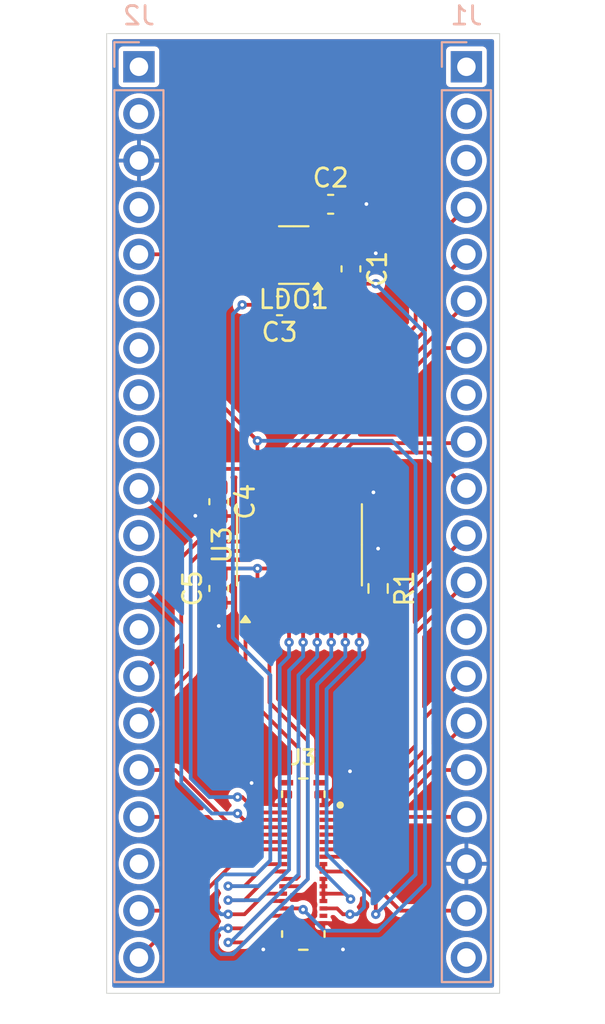
<source format=kicad_pcb>
(kicad_pcb (version 20241229) (generator "pcbnew") (generator_version "9.0")
  (layers (0 "F.Cu" signal) (2 "B.Cu" signal) (13 "F.Paste" user) (15 "B.Paste" user) (5 "F.SilkS" user "F.Silkscreen") (7 "B.SilkS" user "B.Silkscreen") (1 "F.Mask" user) (3 "B.Mask" user) (25 "Edge.Cuts" user))
  (net 0 "")
  (net 1 "GND")
  (net 2 "+2V8")
  (net 3 "KB_BLK_LED_A")
  (net 4 "+1V8")
  (net 6 "PANNEL_BLK_LED_K_3V3")
  (net 7 "ROW3")
  (net 8 "ROW5")
  (net 10 "ROW2")
  (net 11 "ROW1")
  (net 13 "ROW7")
  (net 15 "ROW6")
  (net 16 "ROW4")
  (net 17 "TP_SHUTDOWN_3V3")
  (net 18 "TP_BLK_LED_K_3V3")
  (net 19 "TP_RESET_3V3")
  (net 21 "KB_BLK_LED_K_3V3")
  (net 22 "TP_MOTION_3V3")
  (net 24 "COL1")
  (net 25 "COL2")
  (net 30 "COL3")
  (net 33 "COL6")
  (net 35 "TP_SDA_3V3")
  (net 36 "TP_SCL_3V3")
  (net 38 "COL4")
  (net 40 "COL5")
  (net 41 "TP_SDA_1V8")
  (net 42 "TP_RESET_1V8")
  (net 44 "PANNEL_BLK_LED_K_1V8")
  (net 45 "TP_SCL_1V8")
  (net 46 "TP_BLK_LED_K_1V8")
  (net 48 "KB_BLK_LED_K_1V8")
  (net 49 "TP_MOTION_1V8")
  (net 50 "TP_SHUTDOWN_1V8")
  (footprint "Capacitor_SMD:C_0603_1608Metric" (layer "F.Cu") (at 131.078 104.064 90)
    (property "Reference" "C5" (at 0 -1.43 90) (layer "F.SilkS"))
    (property "Value" "0.1uF")
    (fp_line (start -0.14058 -0.51) (end 0.14058 -0.51) (stroke (width 0.12)) (layer "F.SilkS"))
    (fp_line (start -0.14058 0.51) (end 0.14058 0.51) (stroke (width 0.12)) (layer "F.SilkS"))
    (pad "1" smd roundrect (at -0.775 0 90) (size 0.9 0.95) (layers "F.Cu" "F.Mask" "F.Paste") (net 1 "GND"))
    (pad "2" smd roundrect (at 0.775 0 90) (size 0.9 0.95) (layers "F.Cu" "F.Mask" "F.Paste") (net 4 "+1V8"))
  )
  (footprint "Capacitor_SMD:C_0603_1608Metric" (layer "F.Cu") (at 131.078 99.365 -90)
    (property "Reference" "C4" (at 0 -1.43 90) (layer "F.SilkS"))
    (property "Value" "0.1uF")
    (fp_line (start -0.14058 0.51) (end 0.14058 0.51) (stroke (width 0.12)) (layer "F.SilkS"))
    (fp_line (start -0.14058 -0.51) (end 0.14058 -0.51) (stroke (width 0.12)) (layer "F.SilkS"))
    (pad "1" smd roundrect (at -0.775 0 270) (size 0.9 0.95) (layers "F.Cu" "F.Mask" "F.Paste") (net 3 "KB_BLK_LED_A"))
    (pad "2" smd roundrect (at 0.775 0 270) (size 0.9 0.95) (layers "F.Cu" "F.Mask" "F.Paste") (net 1 "GND"))
  )
  (footprint "Package_SO:TSSOP-20_4.4x6.5mm_P0.65mm" (layer "F.Cu") (at 135.45 101.7 90)
    (property "Reference" "U3" (at 0 -4.2 90) (layer "F.SilkS"))
    (property "Value" "TXS0108EPWR")
    (fp_line (start 0 -3.385) (end 2.2 -3.385) (stroke (width 0.12)) (layer "F.SilkS"))
    (fp_line (start 0 -3.385) (end -2.2 -3.385) (stroke (width 0.12)) (layer "F.SilkS"))
    (fp_line (start 0 3.385) (end 2.2 3.385) (stroke (width 0.12)) (layer "F.SilkS"))
    (fp_line (start 0 3.385) (end -2.2 3.385) (stroke (width 0.12)) (layer "F.SilkS"))
    (fp_poly (pts (xy -3.86 -2.925) (xy -4.19 -2.685) (xy -4.19 -3.165)) (stroke (width 0.12)) (fill yes) (layer "F.SilkS"))
    (pad "1" smd roundrect (at -2.8625 -2.925 90) (size 1.475 0.4) (layers "F.Cu" "F.Mask" "F.Paste") (net 45 "TP_SCL_1V8"))
    (pad "2" smd roundrect (at -2.8625 -2.275 90) (size 1.475 0.4) (layers "F.Cu" "F.Mask" "F.Paste") (net 4 "+1V8"))
    (pad "3" smd roundrect (at -2.8625 -1.625 90) (size 1.475 0.4) (layers "F.Cu" "F.Mask" "F.Paste") (net 41 "TP_SDA_1V8"))
    (pad "4" smd roundrect (at -2.8625 -0.975 90) (size 1.475 0.4) (layers "F.Cu" "F.Mask" "F.Paste") (net 49 "TP_MOTION_1V8"))
    (pad "5" smd roundrect (at -2.8625 -0.325 90) (size 1.475 0.4) (layers "F.Cu" "F.Mask" "F.Paste") (net 50 "TP_SHUTDOWN_1V8"))
    (pad "6" smd roundrect (at -2.8625 0.325 90) (size 1.475 0.4) (layers "F.Cu" "F.Mask" "F.Paste") (net 42 "TP_RESET_1V8"))
    (pad "7" smd roundrect (at -2.8625 0.975 90) (size 1.475 0.4) (layers "F.Cu" "F.Mask" "F.Paste") (net 46 "TP_BLK_LED_K_1V8"))
    (pad "8" smd roundrect (at -2.8625 1.625 90) (size 1.475 0.4) (layers "F.Cu" "F.Mask" "F.Paste") (net 48 "KB_BLK_LED_K_1V8"))
    (pad "9" smd roundrect (at -2.8625 2.275 90) (size 1.475 0.4) (layers "F.Cu" "F.Mask" "F.Paste") (net 44 "PANNEL_BLK_LED_K_1V8"))
    (pad "10" smd roundrect (at -2.8625 2.925 90) (size 1.475 0.4) (layers "F.Cu" "F.Mask" "F.Paste") (net 4 "+1V8"))
    (pad "11" smd roundrect (at 2.8625 2.925 90) (size 1.475 0.4) (layers "F.Cu" "F.Mask" "F.Paste") (net 1 "GND"))
    (pad "12" smd roundrect (at 2.8625 2.275 90) (size 1.475 0.4) (layers "F.Cu" "F.Mask" "F.Paste") (net 6 "PANNEL_BLK_LED_K_3V3"))
    (pad "13" smd roundrect (at 2.8625 1.625 90) (size 1.475 0.4) (layers "F.Cu" "F.Mask" "F.Paste") (net 21 "KB_BLK_LED_K_3V3"))
    (pad "14" smd roundrect (at 2.8625 0.975 90) (size 1.475 0.4) (layers "F.Cu" "F.Mask" "F.Paste") (net 18 "TP_BLK_LED_K_3V3"))
    (pad "15" smd roundrect (at 2.8625 0.325 90) (size 1.475 0.4) (layers "F.Cu" "F.Mask" "F.Paste") (net 19 "TP_RESET_3V3"))
    (pad "16" smd roundrect (at 2.8625 -0.325 90) (size 1.475 0.4) (layers "F.Cu" "F.Mask" "F.Paste") (net 17 "TP_SHUTDOWN_3V3"))
    (pad "17" smd roundrect (at 2.8625 -0.975 90) (size 1.475 0.4) (layers "F.Cu" "F.Mask" "F.Paste") (net 22 "TP_MOTION_3V3"))
    (pad "18" smd roundrect (at 2.8625 -1.625 90) (size 1.475 0.4) (layers "F.Cu" "F.Mask" "F.Paste") (net 35 "TP_SDA_3V3"))
    (pad "19" smd roundrect (at 2.8625 -2.275 90) (size 1.475 0.4) (layers "F.Cu" "F.Mask" "F.Paste") (net 3 "KB_BLK_LED_A"))
    (pad "20" smd roundrect (at 2.8625 -2.925 90) (size 1.475 0.4) (layers "F.Cu" "F.Mask" "F.Paste") (net 36 "TP_SCL_3V3"))
  )
  (footprint "Capacitor_SMD:C_0603_1608Metric" (layer "F.Cu") (at 134.372 88.749999 180)
    (property "Reference" "C3" (at 0 -1.43 0) (layer "F.SilkS"))
    (property "Value" "1uF")
    (fp_line (start -0.14058 0.51) (end 0.14058 0.51) (stroke (width 0.12)) (layer "F.SilkS"))
    (fp_line (start -0.14058 -0.51) (end 0.14058 -0.51) (stroke (width 0.12)) (layer "F.SilkS"))
    (pad "1" smd roundrect (at -0.775 0 180) (size 0.9 0.95) (layers "F.Cu" "F.Mask" "F.Paste") (net 1 "GND"))
    (pad "2" smd roundrect (at 0.775 0 180) (size 0.9 0.95) (layers "F.Cu" "F.Mask" "F.Paste") (net 4 "+1V8"))
  )
  (footprint "Capacitor_SMD:C_0603_1608Metric" (layer "F.Cu") (at 137.142 83.249999)
    (property "Reference" "C2" (at 0 -1.43 0) (layer "F.SilkS"))
    (property "Value" "1uF")
    (fp_line (start -0.14058 -0.51) (end 0.14058 -0.51) (stroke (width 0.12)) (layer "F.SilkS"))
    (fp_line (start -0.14058 0.51) (end 0.14058 0.51) (stroke (width 0.12)) (layer "F.SilkS"))
    (pad "1" smd roundrect (at -0.775 0) (size 0.9 0.95) (layers "F.Cu" "F.Mask" "F.Paste") (net 3 "KB_BLK_LED_A"))
    (pad "2" smd roundrect (at 0.775 0) (size 0.9 0.95) (layers "F.Cu" "F.Mask" "F.Paste") (net 1 "GND"))
  )
  (footprint "Package_TO_SOT_SMD:SOT-23-6" (layer "F.Cu") (at 135.142 86 180)
    (property "Reference" "LDO1" (at 0 -2.4 0) (layer "F.SilkS"))
    (property "Value" "AP7312-1828W6-7")
    (fp_line (start 0 1.56) (end 0.8 1.56) (stroke (width 0.12)) (layer "F.SilkS"))
    (fp_line (start 0 1.56) (end -0.8 1.56) (stroke (width 0.12)) (layer "F.SilkS"))
    (fp_line (start 0 -1.56) (end 0.8 -1.56) (stroke (width 0.12)) (layer "F.SilkS"))
    (fp_line (start 0 -1.56) (end -0.8 -1.56) (stroke (width 0.12)) (layer "F.SilkS"))
    (fp_poly (pts (xy -1.3 -1.51) (xy -1.54 -1.84) (xy -1.06 -1.84)) (stroke (width 0.12)) (fill yes) (layer "F.SilkS"))
    (pad "1" smd roundrect (at -1.1375 -0.95 180) (size 1.325 0.6) (layers "F.Cu" "F.Mask" "F.Paste") (net 2 "+2V8"))
    (pad "2" smd roundrect (at -1.1375 0 180) (size 1.325 0.6) (layers "F.Cu" "F.Mask" "F.Paste") (net 1 "GND"))
    (pad "3" smd roundrect (at -1.1375 0.95 180) (size 1.325 0.6) (layers "F.Cu" "F.Mask" "F.Paste") (net 3 "KB_BLK_LED_A"))
    (pad "4" smd roundrect (at 1.1375 0.95 180) (size 1.325 0.6) (layers "F.Cu" "F.Mask" "F.Paste") (net 3 "KB_BLK_LED_A"))
    (pad "5" smd roundrect (at 1.1375 0 180) (size 1.325 0.6) (layers "F.Cu" "F.Mask" "F.Paste") (net 3 "KB_BLK_LED_A"))
    (pad "6" smd roundrect (at 1.1375 -0.95 180) (size 1.325 0.6) (layers "F.Cu" "F.Mask" "F.Paste") (net 4 "+1V8"))
  )
  (footprint "HIROSE_BM20B_0.8_-34DS-0.4V_53_:HIROSE_BM20B_0.8_-34DS-0.4V_53_" (layer "F.Cu") (at 135.66 119 90)
    (property "Reference" "J3" (at 5.775 -0.01 180) (layer "F.SilkS") (effects (font (size 0.8 0.8))))
    (property "Value" "BM20B_0.8_-34DS-0.4V_53_" (hide yes))
    (fp_line (start 3.94 -1.15) (end 3.635 -1.15) (stroke (width 0.127)) (layer "F.SilkS"))
    (fp_line (start -3.94 -1.15) (end -3.635 -1.15) (stroke (width 0.127)) (layer "F.SilkS"))
    (fp_line (start 4.64 0.23) (end 4.64 -0.23) (stroke (width 0.127)) (layer "F.SilkS"))
    (fp_line (start -4.64 0.23) (end -4.64 -0.23) (stroke (width 0.127)) (layer "F.SilkS"))
    (fp_line (start 3.94 1.15) (end 3.635 1.15) (stroke (width 0.127)) (layer "F.SilkS"))
    (fp_line (start -3.94 1.15) (end -3.635 1.15) (stroke (width 0.127)) (layer "F.SilkS"))
    (fp_circle (center 3.2 2) (end 3.3 2) (stroke (width 0.2)) (fill no) (layer "F.SilkS"))
    (pad "1" smd rect (at 3.2 1.09 90) (size 0.23 0.42) (layers "F.Cu" "F.Mask") (net 1 "GND") (clearance 0.08))
    (pad "2" smd rect (at 3.2 -1.09 90) (size 0.23 0.42) (layers "F.Cu" "F.Mask") (net 1 "GND") (clearance 0.08))
    (pad "3" smd rect (at 2.8 1.09 90) (size 0.23 0.42) (layers "F.Cu" "F.Mask") (net 13 "ROW7") (clearance 0.08))
    (pad "4" smd rect (at 2.8 -1.09 90) (size 0.23 0.42) (layers "F.Cu" "F.Mask") (net 33 "COL6") (clearance 0.08))
    (pad "5" smd rect (at 2.4 1.09 90) (size 0.23 0.42) (layers "F.Cu" "F.Mask") (net 15 "ROW6") (clearance 0.08))
    (pad "6" smd rect (at 2.4 -1.09 90) (size 0.23 0.42) (layers "F.Cu" "F.Mask") (net 40 "COL5") (clearance 0.08))
    (pad "7" smd rect (at 2 1.09 90) (size 0.23 0.42) (layers "F.Cu" "F.Mask") (net 8 "ROW5") (clearance 0.08))
    (pad "8" smd rect (at 2 -1.09 90) (size 0.23 0.42) (layers "F.Cu" "F.Mask") (net 38 "COL4") (clearance 0.08))
    (pad "9" smd rect (at 1.6 1.09 90) (size 0.23 0.42) (layers "F.Cu" "F.Mask") (net 16 "ROW4") (clearance 0.08))
    (pad "10" smd rect (at 1.6 -1.09 90) (size 0.23 0.42) (layers "F.Cu" "F.Mask") (net 30 "COL3") (clearance 0.08))
    (pad "11" smd rect (at 1.2 1.09 90) (size 0.23 0.42) (layers "F.Cu" "F.Mask") (net 7 "ROW3") (clearance 0.08))
    (pad "12" smd rect (at 1.2 -1.09 90) (size 0.23 0.42) (layers "F.Cu" "F.Mask") (net 25 "COL2") (clearance 0.08))
    (pad "13" smd rect (at 0.8 1.09 90) (size 0.23 0.42) (layers "F.Cu" "F.Mask") (net 10 "ROW2") (clearance 0.08))
    (pad "14" smd rect (at 0.8 -1.09 90) (size 0.23 0.42) (layers "F.Cu" "F.Mask") (net 24 "COL1") (clearance 0.08))
    (pad "15" smd rect (at 0.4 1.09 90) (size 0.23 0.42) (layers "F.Cu" "F.Mask") (net 11 "ROW1") (clearance 0.08))
    (pad "16" smd rect (at 0.4 -1.09 90) (size 0.23 0.42) (layers "F.Cu" "F.Mask") (clearance 0.08))
    (pad "17" smd rect (at 0 1.09 90) (size 0.23 0.42) (layers "F.Cu" "F.Mask") (net 3 "KB_BLK_LED_A") (clearance 0.08))
    (pad "18" smd rect (at 0 -1.09 90) (size 0.23 0.42) (layers "F.Cu" "F.Mask") (net 49 "TP_MOTION_1V8") (clearance 0.08))
    (pad "19" smd rect (at -0.4 1.09 90) (size 0.23 0.42) (layers "F.Cu" "F.Mask") (net 3 "KB_BLK_LED_A") (clearance 0.08))
    (pad "20" smd rect (at -0.4 -1.09 90) (size 0.23 0.42) (layers "F.Cu" "F.Mask") (net 50 "TP_SHUTDOWN_1V8") (clearance 0.08))
    (pad "21" smd rect (at -0.8 1.09 90) (size 0.23 0.42) (layers "F.Cu" "F.Mask") (net 48 "KB_BLK_LED_K_1V8") (clearance 0.08))
    (pad "22" smd rect (at -0.8 -1.09 90) (size 0.23 0.42) (layers "F.Cu" "F.Mask") (net 45 "TP_SCL_1V8") (clearance 0.08))
    (pad "23" smd rect (at -1.2 1.09 90) (size 0.23 0.42) (layers "F.Cu" "F.Mask") (net 48 "KB_BLK_LED_K_1V8") (clearance 0.08))
    (pad "24" smd rect (at -1.2 -1.09 90) (size 0.23 0.42) (layers "F.Cu" "F.Mask") (net 41 "TP_SDA_1V8") (clearance 0.08))
    (pad "25" smd rect (at -1.6 1.09 90) (size 0.23 0.42) (layers "F.Cu" "F.Mask") (net 48 "KB_BLK_LED_K_1V8") (clearance 0.08))
    (pad "26" smd rect (at -1.6 -1.09 90) (size 0.23 0.42) (layers "F.Cu" "F.Mask") (net 4 "+1V8") (clearance 0.08))
    (pad "27" smd rect (at -2 1.09 90) (size 0.23 0.42) (layers "F.Cu" "F.Mask") (net 48 "KB_BLK_LED_K_1V8") (clearance 0.08))
    (pad "28" smd rect (at -2 -1.09 90) (size 0.23 0.42) (layers "F.Cu" "F.Mask") (net 46 "TP_BLK_LED_K_1V8") (clearance 0.08))
    (pad "29" smd rect (at -2.4 1.09 90) (size 0.23 0.42) (layers "F.Cu" "F.Mask") (net 44 "PANNEL_BLK_LED_K_1V8") (clearance 0.08))
    (pad "30" smd rect (at -2.4 -1.09 90) (size 0.23 0.42) (layers "F.Cu" "F.Mask") (net 2 "+2V8") (clearance 0.08))
    (pad "31" smd rect (at -2.8 1.09 90) (size 0.23 0.42) (layers "F.Cu" "F.Mask") (clearance 0.08))
    (pad "32" smd rect (at -2.8 -1.09 90) (size 0.23 0.42) (layers "F.Cu" "F.Mask") (net 42 "TP_RESET_1V8") (clearance 0.08))
    (pad "33" smd rect (at -3.2 1.09 90) (size 0.23 0.42) (layers "F.Cu" "F.Mask") (net 1 "GND") (clearance 0.08))
    (pad "34" smd rect (at -3.2 -1.09 90) (size 0.23 0.42) (layers "F.Cu" "F.Mask") (net 1 "GND") (clearance 0.08))
    (pad "S1" smd rect (at 4.41 0.925 90) (size 0.3 0.75) (layers "F.Cu" "F.Mask" "F.Paste"))
    (pad "S2" smd rect (at 4.41 -0.925 90) (size 0.3 0.75) (layers "F.Cu" "F.Mask" "F.Paste"))
    (pad "S3" smd rect (at -4.41 0.925 90) (size 0.3 0.75) (layers "F.Cu" "F.Mask" "F.Paste"))
    (pad "S4" smd rect (at -4.41 -0.925 90) (size 0.3 0.75) (layers "F.Cu" "F.Mask" "F.Paste"))
  )
  (footprint "Capacitor_SMD:C_0603_1608Metric" (layer "F.Cu") (at 138.242 86.749999 -90)
    (property "Reference" "C1" (at 0 -1.43 90) (layer "F.SilkS"))
    (property "Value" "1uF")
    (fp_line (start -0.14058 0.51) (end 0.14058 0.51) (stroke (width 0.12)) (layer "F.SilkS"))
    (fp_line (start -0.14058 -0.51) (end 0.14058 -0.51) (stroke (width 0.12)) (layer "F.SilkS"))
    (pad "1" smd roundrect (at -0.775 0 270) (size 0.9 0.95) (layers "F.Cu" "F.Mask" "F.Paste") (net 1 "GND"))
    (pad "2" smd roundrect (at 0.775 0 270) (size 0.9 0.95) (layers "F.Cu" "F.Mask" "F.Paste") (net 2 "+2V8"))
  )
  (footprint "Resistor_SMD:R_0603_1608Metric" (layer "F.Cu") (at 139.714 104.064 -90)
    (property "Reference" "R1" (at 0 -1.43 90) (layer "F.SilkS"))
    (property "Value" "10k")
    (fp_line (start -0.237258 0.5225) (end 0.237258 0.5225) (stroke (width 0.12)) (layer "F.SilkS"))
    (fp_line (start -0.237258 -0.5225) (end 0.237258 -0.5225) (stroke (width 0.12)) (layer "F.SilkS"))
    (pad "1" smd roundrect (at -0.825 0 270) (size 0.8 0.95) (layers "F.Cu" "F.Mask" "F.Paste") (net 1 "GND"))
    (pad "2" smd roundrect (at 0.825 0 270) (size 0.8 0.95) (layers "F.Cu" "F.Mask" "F.Paste") (net 4 "+1V8"))
  )
  (footprint "Connector_PinSocket_2.54mm:PinSocket_1x20_P2.54mm_Vertical" (layer "B.Cu") (at 144.5 75.8 180)
    (property "Reference" "J1" (at 0 2.77 0) (layer "B.SilkS") (effects (justify mirror)))
    (property "Value" "Conn_01x20_Socket")
    (fp_line (start 1.33 1.33) (end 1.33 0) (stroke (width 0.12)) (layer "B.SilkS"))
    (fp_line (start 1.33 -1.27) (end 1.33 -49.59) (stroke (width 0.12)) (layer "B.SilkS"))
    (fp_line (start 0 1.33) (end 1.33 1.33) (stroke (width 0.12)) (layer "B.SilkS"))
    (fp_line (start -1.33 -1.27) (end 1.33 -1.27) (stroke (width 0.12)) (layer "B.SilkS"))
    (fp_line (start -1.33 -1.27) (end -1.33 -49.59) (stroke (width 0.12)) (layer "B.SilkS"))
    (fp_line (start -1.33 -49.59) (end 1.33 -49.59) (stroke (width 0.12)) (layer "B.SilkS"))
    (pad "1" thru_hole rect (at 0 0 180) (size 1.7 1.7) (drill 1) (layers "*.Cu" "*.Mask"))
    (pad "2" thru_hole oval (at 0 -2.54 180) (size 1.7 1.7) (drill 1) (layers "*.Cu" "*.Mask"))
    (pad "3" thru_hole oval (at 0 -5.08 180) (size 1.7 1.7) (drill 1) (layers "*.Cu" "*.Mask"))
    (pad "4" thru_hole oval (at 0 -7.62 180) (size 1.7 1.7) (drill 1) (layers "*.Cu" "*.Mask") (net 22 "TP_MOTION_3V3"))
    (pad "5" thru_hole oval (at 0 -10.16 180) (size 1.7 1.7) (drill 1) (layers "*.Cu" "*.Mask") (net 17 "TP_SHUTDOWN_3V3"))
    (pad "6" thru_hole oval (at 0 -12.7 180) (size 1.7 1.7) (drill 1) (layers "*.Cu" "*.Mask") (net 19 "TP_RESET_3V3"))
    (pad "7" thru_hole oval (at 0 -15.24 180) (size 1.7 1.7) (drill 1) (layers "*.Cu" "*.Mask") (net 18 "TP_BLK_LED_K_3V3"))
    (pad "8" thru_hole oval (at 0 -17.78 180) (size 1.7 1.7) (drill 1) (layers "*.Cu" "*.Mask"))
    (pad "9" thru_hole oval (at 0 -20.32 180) (size 1.7 1.7) (drill 1) (layers "*.Cu" "*.Mask") (net 21 "KB_BLK_LED_K_3V3"))
    (pad "10" thru_hole oval (at 0 -22.86 180) (size 1.7 1.7) (drill 1) (layers "*.Cu" "*.Mask") (net 6 "PANNEL_BLK_LED_K_3V3"))
    (pad "11" thru_hole oval (at 0 -25.4 180) (size 1.7 1.7) (drill 1) (layers "*.Cu" "*.Mask") (net 13 "ROW7"))
    (pad "12" thru_hole oval (at 0 -27.94 180) (size 1.7 1.7) (drill 1) (layers "*.Cu" "*.Mask") (net 15 "ROW6"))
    (pad "13" thru_hole oval (at 0 -30.48 180) (size 1.7 1.7) (drill 1) (layers "*.Cu" "*.Mask"))
    (pad "14" thru_hole oval (at 0 -33.02 180) (size 1.7 1.7) (drill 1) (layers "*.Cu" "*.Mask") (net 8 "ROW5"))
    (pad "15" thru_hole oval (at 0 -35.56 180) (size 1.7 1.7) (drill 1) (layers "*.Cu" "*.Mask") (net 16 "ROW4"))
    (pad "16" thru_hole oval (at 0 -38.1 180) (size 1.7 1.7) (drill 1) (layers "*.Cu" "*.Mask") (net 7 "ROW3"))
    (pad "17" thru_hole oval (at 0 -40.64 180) (size 1.7 1.7) (drill 1) (layers "*.Cu" "*.Mask") (net 10 "ROW2"))
    (pad "18" thru_hole oval (at 0 -43.18 180) (size 1.7 1.7) (drill 1) (layers "*.Cu" "*.Mask") (net 1 "GND"))
    (pad "19" thru_hole oval (at 0 -45.72 180) (size 1.7 1.7) (drill 1) (layers "*.Cu" "*.Mask") (net 11 "ROW1"))
    (pad "20" thru_hole oval (at 0 -48.26 180) (size 1.7 1.7) (drill 1) (layers "*.Cu" "*.Mask"))
  )
  (footprint "Connector_PinSocket_2.54mm:PinSocket_1x20_P2.54mm_Vertical" (layer "B.Cu") (at 126.75 75.8 180)
    (property "Reference" "J2" (at 0 2.77 0) (layer "B.SilkS") (effects (justify mirror)))
    (property "Value" "Conn_01x20_Socket")
    (fp_line (start 1.33 1.33) (end 1.33 0) (stroke (width 0.12)) (layer "B.SilkS"))
    (fp_line (start 1.33 -1.27) (end 1.33 -49.59) (stroke (width 0.12)) (layer "B.SilkS"))
    (fp_line (start 0 1.33) (end 1.33 1.33) (stroke (width 0.12)) (layer "B.SilkS"))
    (fp_line (start -1.33 -1.27) (end 1.33 -1.27) (stroke (width 0.12)) (layer "B.SilkS"))
    (fp_line (start -1.33 -1.27) (end -1.33 -49.59) (stroke (width 0.12)) (layer "B.SilkS"))
    (fp_line (start -1.33 -49.59) (end 1.33 -49.59) (stroke (width 0.12)) (layer "B.SilkS"))
    (pad "1" thru_hole rect (at 0 0 180) (size 1.7 1.7) (drill 1) (layers "*.Cu" "*.Mask"))
    (pad "2" thru_hole oval (at 0 -2.54 180) (size 1.7 1.7) (drill 1) (layers "*.Cu" "*.Mask"))
    (pad "3" thru_hole oval (at 0 -5.08 180) (size 1.7 1.7) (drill 1) (layers "*.Cu" "*.Mask") (net 1 "GND"))
    (pad "4" thru_hole oval (at 0 -7.62 180) (size 1.7 1.7) (drill 1) (layers "*.Cu" "*.Mask"))
    (pad "5" thru_hole oval (at 0 -10.16 180) (size 1.7 1.7) (drill 1) (layers "*.Cu" "*.Mask") (net 3 "KB_BLK_LED_A"))
    (pad "6" thru_hole oval (at 0 -12.7 180) (size 1.7 1.7) (drill 1) (layers "*.Cu" "*.Mask"))
    (pad "7" thru_hole oval (at 0 -15.24 180) (size 1.7 1.7) (drill 1) (layers "*.Cu" "*.Mask"))
    (pad "8" thru_hole oval (at 0 -17.78 180) (size 1.7 1.7) (drill 1) (layers "*.Cu" "*.Mask"))
    (pad "9" thru_hole oval (at 0 -20.32 180) (size 1.7 1.7) (drill 1) (layers "*.Cu" "*.Mask"))
    (pad "10" thru_hole oval (at 0 -22.86 180) (size 1.7 1.7) (drill 1) (layers "*.Cu" "*.Mask") (net 33 "COL6"))
    (pad "11" thru_hole oval (at 0 -25.4 180) (size 1.7 1.7) (drill 1) (layers "*.Cu" "*.Mask"))
    (pad "12" thru_hole oval (at 0 -27.94 180) (size 1.7 1.7) (drill 1) (layers "*.Cu" "*.Mask") (net 40 "COL5"))
    (pad "13" thru_hole oval (at 0 -30.48 180) (size 1.7 1.7) (drill 1) (layers "*.Cu" "*.Mask"))
    (pad "14" thru_hole oval (at 0 -33.02 180) (size 1.7 1.7) (drill 1) (layers "*.Cu" "*.Mask") (net 36 "TP_SCL_3V3"))
    (pad "15" thru_hole oval (at 0 -35.56 180) (size 1.7 1.7) (drill 1) (layers "*.Cu" "*.Mask") (net 35 "TP_SDA_3V3"))
    (pad "16" thru_hole oval (at 0 -38.1 180) (size 1.7 1.7) (drill 1) (layers "*.Cu" "*.Mask") (net 38 "COL4"))
    (pad "17" thru_hole oval (at 0 -40.64 180) (size 1.7 1.7) (drill 1) (layers "*.Cu" "*.Mask") (net 30 "COL3"))
    (pad "18" thru_hole oval (at 0 -43.18 180) (size 1.7 1.7) (drill 1) (layers "*.Cu" "*.Mask"))
    (pad "19" thru_hole oval (at 0 -45.72 180) (size 1.7 1.7) (drill 1) (layers "*.Cu" "*.Mask") (net 25 "COL2"))
    (pad "20" thru_hole oval (at 0 -48.26 180) (size 1.7 1.7) (drill 1) (layers "*.Cu" "*.Mask") (net 24 "COL1"))
  )
  (gr_rect (start 125 74) (end 146.3 126) (stroke (width 0.05)) (fill no) (layer "Edge.Cuts"))
  (segment (start 138.242 85.974999) (end 139.515001 85.974999) (width 0.2032) (layer "F.Cu") (net 1))
  (segment (start 137.917 83.249999) (end 139.065001 83.249999) (width 0.2032) (layer "F.Cu") (net 1))
  (segment (start 131.078 104.839) (end 131.078 106.096) (width 0.2032) (layer "F.Cu") (net 1))
  (segment (start 136.75 122.2) (end 137.022 122.2) (width 0.2032) (layer "F.Cu") (net 1))
  (segment (start 134.278 122.2) (end 133.491 122.987) (width 0.2032) (layer "F.Cu") (net 1))
  (segment (start 133.491 122.987) (end 133.491 123.622) (width 0.2032) (layer "F.Cu") (net 1))
  (segment (start 136.75 115.8) (end 136.995 115.8) (width 0.2032) (layer "F.Cu") (net 1))
  (segment (start 134.57 122.2) (end 134.278 122.2) (width 0.2032) (layer "F.Cu") (net 1))
  (segment (start 139.065001 83.249999) (end 139.079 83.236) (width 0.2032) (layer "F.Cu") (net 1))
  (segment (start 129.821 100.14) (end 129.808 100.127) (width 0.2032) (layer "F.Cu") (net 1))
  (segment (start 138.19 114.605) (end 138.19 113.97) (width 0.2032) (layer "F.Cu") (net 1))
  (segment (start 134.051 115.8) (end 132.856 114.605) (width 0.2032) (layer "F.Cu") (net 1))
  (segment (start 138.375 98.8375) (end 139.4405 98.8375) (width 0.2032) (layer "F.Cu") (net 1))
  (segment (start 135.147 88.749999) (end 136.232001 88.749999) (width 0.2032) (layer "F.Cu") (net 1))
  (segment (start 137.809 122.987) (end 137.809 123.622) (width 0.2032) (layer "F.Cu") (net 1))
  (segment (start 137.022 122.2) (end 137.809 122.987) (width 0.2032) (layer "F.Cu") (net 1))
  (segment (start 139.714 103.239) (end 139.714 101.905) (width 0.2032) (layer "F.Cu") (net 1))
  (segment (start 134.57 115.8) (end 134.051 115.8) (width 0.2032) (layer "F.Cu") (net 1))
  (segment (start 131.078 100.14) (end 129.821 100.14) (width 0.2032) (layer "F.Cu") (net 1))
  (segment (start 136.232001 88.749999) (end 136.285 88.697) (width 0.2032) (layer "F.Cu") (net 1))
  (segment (start 136.995 115.8) (end 138.19 114.605) (width 0.2032) (layer "F.Cu") (net 1))
  (segment (start 139.4405 98.8375) (end 139.46 98.857) (width 0.2032) (layer "F.Cu") (net 1))
  (segment (start 139.515001 85.974999) (end 139.587 85.903) (width 0.2032) (layer "F.Cu") (net 1))
  (via (at 131.078 106.096) (size 0.508) (drill 0.2032) (layers "F.Cu" "B.Cu") (net 1))
  (via (at 137.809 123.622) (size 0.508) (drill 0.2032) (layers "F.Cu" "B.Cu") (net 1))
  (via (at 136.285 88.697) (size 0.508) (drill 0.2032) (layers "F.Cu" "B.Cu") (net 1))
  (via (at 138.19 113.97) (size 0.508) (drill 0.2032) (layers "F.Cu" "B.Cu") (net 1))
  (via (at 132.856 114.605) (size 0.508) (drill 0.2032) (layers "F.Cu" "B.Cu") (net 1))
  (via (at 139.079 83.236) (size 0.508) (drill 0.2032) (layers "F.Cu" "B.Cu") (net 1))
  (via (at 139.587 85.903) (size 0.508) (drill 0.2032) (layers "F.Cu" "B.Cu") (net 1))
  (via (at 139.46 98.857) (size 0.508) (drill 0.2032) (layers "F.Cu" "B.Cu") (net 1))
  (via (at 139.714 101.905) (size 0.508) (drill 0.2032) (layers "F.Cu" "B.Cu") (net 1))
  (via (at 129.808 100.127) (size 0.508) (drill 0.2032) (layers "F.Cu" "B.Cu") (net 1))
  (via (at 133.491 123.622) (size 0.508) (drill 0.2032) (layers "F.Cu" "B.Cu") (net 1))
  (segment (start 135.65 121.463) (end 135.523 121.463) (width 0.2032) (layer "F.Cu") (net 2))
  (segment (start 136.854499 87.524999) (end 136.2795 86.95) (width 0.2032) (layer "F.Cu") (net 2))
  (segment (start 135.46 121.4) (end 134.57 121.4) (width 0.2032) (layer "F.Cu") (net 2))
  (segment (start 138.242 87.524999) (end 136.854499 87.524999) (width 0.2032) (layer "F.Cu") (net 2))
  (segment (start 138.271001 87.554) (end 138.242 87.524999) (width 0.2032) (layer "F.Cu") (net 2))
  (segment (start 139.587 87.554) (end 138.271001 87.554) (width 0.2032) (layer "F.Cu") (net 2))
  (segment (start 135.523 121.463) (end 135.46 121.4) (width 0.2032) (layer "F.Cu") (net 2))
  (via (at 135.65 121.463) (size 0.508) (drill 0.2032) (layers "F.Cu" "B.Cu") (net 2))
  (via (at 139.587 87.554) (size 0.508) (drill 0.2032) (layers "F.Cu" "B.Cu") (net 2))
  (segment (start 139.714 122.606) (end 142.254 120.066) (width 0.2032) (layer "B.Cu") (net 2))
  (segment (start 142.254 90.221) (end 139.587 87.554) (width 0.2032) (layer "B.Cu") (net 2))
  (segment (start 136.793 122.606) (end 139.714 122.606) (width 0.2032) (layer "B.Cu") (net 2))
  (segment (start 142.254 120.066) (end 142.254 90.221) (width 0.2032) (layer "B.Cu") (net 2))
  (segment (start 135.65 121.463) (end 136.793 122.606) (width 0.2032) (layer "B.Cu") (net 2))
  (segment (start 136.2795 83.337499) (end 136.367 83.249999) (width 0.2032) (layer "F.Cu") (net 3))
  (segment (start 131.078 98.59) (end 131.078 97.841) (width 0.2032) (layer "F.Cu") (net 3))
  (segment (start 130.189 93.077) (end 130.189 85.96) (width 0.2032) (layer "F.Cu") (net 3))
  (segment (start 133.9645 85.96) (end 134.0045 86) (width 0.2032) (layer "F.Cu") (net 3))
  (segment (start 133.175 97.587) (end 133.175 96.063) (width 0.2032) (layer "F.Cu") (net 3))
  (segment (start 136.75 119) (end 136.75 119.4) (width 0.2032) (layer "F.Cu") (net 3))
  (segment (start 130.189 85.96) (end 133.9645 85.96) (width 0.2032) (layer "F.Cu") (net 3))
  (segment (start 126.75 85.96) (end 130.189 85.96) (width 0.2032) (layer "F.Cu") (net 3))
  (segment (start 138.032 119.4) (end 136.75 119.4) (width 0.2032) (layer "F.Cu") (net 3))
  (segment (start 139.587 121.717) (end 139.587 120.955) (width 0.2032) (layer "F.Cu") (net 3))
  (segment (start 134.0045 86) (end 134.0045 85.05) (width 0.2032) (layer "F.Cu") (net 3))
  (segment (start 133.175 98.8375) (end 133.175 97.587) (width 0.2032) (layer "F.Cu") (net 3))
  (segment (start 133.175 96.063) (end 130.189 93.077) (width 0.2032) (layer "F.Cu") (net 3))
  (segment (start 134.0045 85.05) (end 136.2795 85.05) (width 0.2032) (layer "F.Cu") (net 3))
  (segment (start 139.587 120.955) (end 138.032 119.4) (width 0.2032) (layer "F.Cu") (net 3))
  (segment (start 136.2795 85.05) (end 136.2795 83.337499) (width 0.2032) (layer "F.Cu") (net 3))
  (segment (start 131.332 97.587) (end 133.175 97.587) (width 0.2032) (layer "F.Cu") (net 3))
  (segment (start 131.078 97.841) (end 131.332 97.587) (width 0.2032) (layer "F.Cu") (net 3))
  (via (at 139.587 121.717) (size 0.508) (drill 0.2032) (layers "F.Cu" "B.Cu") (net 3))
  (via (at 133.175 96.063) (size 0.508) (drill 0.2032) (layers "F.Cu" "B.Cu") (net 3))
  (segment (start 140.476 96.063) (end 133.175 96.063) (width 0.2032) (layer "B.Cu") (net 3))
  (segment (start 141.746 119.558) (end 141.746 97.333) (width 0.2032) (layer "B.Cu") (net 3))
  (segment (start 141.746 97.333) (end 140.476 96.063) (width 0.2032) (layer "B.Cu") (net 3))
  (segment (start 139.587 121.717) (end 141.746 119.558) (width 0.2032) (layer "B.Cu") (net 3))
  (segment (start 132.475 121.717) (end 133.592 120.6) (width 0.2032) (layer "F.Cu") (net 4))
  (segment (start 138.375 103.487) (end 138.375 104.5625) (width 0.2032) (layer "F.Cu") (net 4))
  (segment (start 132.348 88.697) (end 133.544001 88.697) (width 0.2032) (layer "F.Cu") (net 4))
  (segment (start 133.597 87.3575) (end 134.0045 86.95) (width 0.2032) (layer "F.Cu") (net 4))
  (segment (start 137.871 102.983) (end 138.375 103.487) (width 0.2032) (layer "F.Cu") (net 4))
  (segment (start 133.592 120.6) (end 134.57 120.6) (width 0.2032) (layer "F.Cu") (net 4))
  (segment (start 133.597 88.749999) (end 133.597 87.3575) (width 0.2032) (layer "F.Cu") (net 4))
  (segment (start 139.714 104.889) (end 139.015 104.889) (width 0.2032) (layer "F.Cu") (net 4))
  (segment (start 131.384 102.983) (end 133.175 102.983) (width 0.2032) (layer "F.Cu") (net 4))
  (segment (start 138.6885 104.5625) (end 138.375 104.5625) (width 0.2032) (layer "F.Cu") (net 4))
  (segment (start 133.544001 88.697) (end 133.597 88.749999) (width 0.2032) (layer "F.Cu") (net 4))
  (segment (start 133.175 102.983) (end 133.175 104.5625) (width 0.2032) (layer "F.Cu") (net 4))
  (segment (start 131.586 121.717) (end 132.475 121.717) (width 0.2032) (layer "F.Cu") (net 4))
  (segment (start 139.015 104.889) (end 138.6885 104.5625) (width 0.2032) (layer "F.Cu") (net 4))
  (segment (start 131.078 103.289) (end 131.384 102.983) (width 0.2032) (layer "F.Cu") (net 4))
  (segment (start 133.175 102.983) (end 137.871 102.983) (width 0.2032) (layer "F.Cu") (net 4))
  (via (at 132.348 88.697) (size 0.508) (drill 0.2032) (layers "F.Cu" "B.Cu") (net 4))
  (via (at 133.175 102.983) (size 0.508) (drill 0.2032) (layers "F.Cu" "B.Cu") (net 4))
  (via (at 131.586 121.717) (size 0.508) (drill 0.2032) (layers "F.Cu" "B.Cu") (net 4))
  (segment (start 130.951 119.939) (end 131.332 119.558) (width 0.2032) (layer "B.Cu") (net 4))
  (segment (start 131.902 102.983) (end 131.84 102.921) (width 0.2032) (layer "B.Cu") (net 4))
  (segment (start 133.11 119.558) (end 133.872 118.796) (width 0.2032) (layer "B.Cu") (net 4))
  (segment (start 133.175 102.983) (end 131.902 102.983) (width 0.2032) (layer "B.Cu") (net 4))
  (segment (start 131.205 121.717) (end 130.951 121.463) (width 0.2032) (layer "B.Cu") (net 4))
  (segment (start 131.586 121.717) (end 131.205 121.717) (width 0.2032) (layer "B.Cu") (net 4))
  (segment (start 133.872 118.796) (end 133.872 108.763) (width 0.2032) (layer "B.Cu") (net 4))
  (segment (start 133.872 108.763) (end 131.84 106.731) (width 0.2032) (layer "B.Cu") (net 4))
  (segment (start 131.84 102.921) (end 131.84 89.205) (width 0.2032) (layer "B.Cu") (net 4))
  (segment (start 131.332 119.558) (end 133.11 119.558) (width 0.2032) (layer "B.Cu") (net 4))
  (segment (start 131.84 89.205) (end 132.348 88.697) (width 0.2032) (layer "B.Cu") (net 4))
  (segment (start 130.951 121.463) (end 130.951 119.939) (width 0.2032) (layer "B.Cu") (net 4))
  (segment (start 131.84 106.731) (end 131.84 102.921) (width 0.2032) (layer "B.Cu") (net 4))
  (segment (start 138.571 96.698) (end 142.538 96.698) (width 0.2032) (layer "F.Cu") (net 6))
  (segment (start 137.725 97.544) (end 138.571 96.698) (width 0.2032) (layer "F.Cu") (net 6))
  (segment (start 142.538 96.698) (end 144.5 98.66) (width 0.2032) (layer "F.Cu") (net 6))
  (segment (start 137.725 98.8375) (end 137.725 97.544) (width 0.2032) (layer "F.Cu") (net 6))
  (segment (start 136.75 117.8) (end 138.805 117.8) (width 0.2032) (layer "F.Cu") (net 7))
  (segment (start 138.805 117.8) (end 142.705 113.9) (width 0.2032) (layer "F.Cu") (net 7))
  (segment (start 142.705 113.9) (end 144.5 113.9) (width 0.2032) (layer "F.Cu") (net 7))
  (segment (start 138.081 117) (end 142.254 112.827) (width 0.2032) (layer "F.Cu") (net 8))
  (segment (start 136.75 117) (end 138.081 117) (width 0.2032) (layer "F.Cu") (net 8))
  (segment (start 142.254 112.827) (end 142.254 111.066) (width 0.2032) (layer "F.Cu") (net 8))
  (segment (start 142.254 111.066) (end 144.5 108.82) (width 0.2032) (layer "F.Cu") (net 8))
  (segment (start 136.75 118.2) (end 139.167 118.2) (width 0.2032) (layer "F.Cu") (net 10))
  (segment (start 140.927 116.44) (end 144.5 116.44) (width 0.2032) (layer "F.Cu") (net 10))
  (segment (start 139.167 118.2) (end 140.927 116.44) (width 0.2032) (layer "F.Cu") (net 10))
  (segment (start 140.914 121.52) (end 144.5 121.52) (width 0.2032) (layer "F.Cu") (net 11))
  (segment (start 137.994 118.6) (end 140.914 121.52) (width 0.2032) (layer "F.Cu") (net 11))
  (segment (start 136.75 118.6) (end 137.994 118.6) (width 0.2032) (layer "F.Cu") (net 11))
  (segment (start 141.238 112.319) (end 141.238 104.462) (width 0.2032) (layer "F.Cu") (net 13))
  (segment (start 137.357 116.2) (end 141.238 112.319) (width 0.2032) (layer "F.Cu") (net 13))
  (segment (start 136.75 116.2) (end 137.357 116.2) (width 0.2032) (layer "F.Cu") (net 13))
  (segment (start 141.238 104.462) (end 144.5 101.2) (width 0.2032) (layer "F.Cu") (net 13))
  (segment (start 136.75 116.6) (end 137.719 116.6) (width 0.2032) (layer "F.Cu") (net 15))
  (segment (start 137.719 116.6) (end 141.746 112.573) (width 0.2032) (layer "F.Cu") (net 15))
  (segment (start 141.746 112.573) (end 141.746 106.494) (width 0.2032) (layer "F.Cu") (net 15))
  (segment (start 141.746 106.494) (end 144.5 103.74) (width 0.2032) (layer "F.Cu") (net 15))
  (segment (start 138.46 117.4) (end 144.5 111.36) (width 0.2032) (layer "F.Cu") (net 16))
  (segment (start 136.75 117.4) (end 138.46 117.4) (width 0.2032) (layer "F.Cu") (net 16))
  (segment (start 135.125 97.223) (end 142.254 90.094) (width 0.2032) (layer "F.Cu") (net 17))
  (segment (start 142.254 88.206) (end 144.5 85.96) (width 0.2032) (layer "F.Cu") (net 17))
  (segment (start 135.125 98.8375) (end 135.125 97.223) (width 0.2032) (layer "F.Cu") (net 17))
  (segment (start 142.254 90.094) (end 142.254 88.206) (width 0.2032) (layer "F.Cu") (net 17))
  (segment (start 136.425 98.8375) (end 136.425 97.3879) (width 0.2032) (layer "F.Cu") (net 18))
  (segment (start 142.7729 91.04) (end 144.5 91.04) (width 0.2032) (layer "F.Cu") (net 18))
  (segment (start 136.425 97.3879) (end 142.7729 91.04) (width 0.2032) (layer "F.Cu") (net 18))
  (segment (start 144.5 88.61) (end 144.5 88.5) (width 0.2032) (layer "F.Cu") (net 19))
  (segment (start 135.775 97.335) (end 144.5 88.61) (width 0.2032) (layer "F.Cu") (net 19))
  (segment (start 135.775 98.8375) (end 135.775 97.335) (width 0.2032) (layer "F.Cu") (net 19))
  (segment (start 137.075 97.432) (end 138.317 96.19) (width 0.2032) (layer "F.Cu") (net 21))
  (segment (start 144.43 96.19) (end 144.5 96.12) (width 0.2032) (layer "F.Cu") (net 21))
  (segment (start 138.317 96.19) (end 144.43 96.19) (width 0.2032) (layer "F.Cu") (net 21))
  (segment (start 137.075 98.8375) (end 137.075 97.432) (width 0.2032) (layer "F.Cu") (net 21))
  (segment (start 134.475 98.8375) (end 134.475 97.111) (width 0.2032) (layer "F.Cu") (net 22))
  (segment (start 141.746 86.174) (end 144.5 83.42) (width 0.2032) (layer "F.Cu") (net 22))
  (segment (start 134.475 97.111) (end 141.746 89.84) (width 0.2032) (layer "F.Cu") (net 22))
  (segment (start 141.746 89.84) (end 141.746 86.174) (width 0.2032) (layer "F.Cu") (net 22))
  (segment (start 134.57 118.2) (end 132.61 118.2) (width 0.2032) (layer "F.Cu") (net 24))
  (segment (start 132.61 118.2) (end 126.75 124.06) (width 0.2032) (layer "F.Cu") (net 24))
  (segment (start 134.57 117.8) (end 132.328 117.8) (width 0.2032) (layer "F.Cu") (net 25))
  (segment (start 128.608 121.52) (end 126.75 121.52) (width 0.2032) (layer "F.Cu") (net 25))
  (segment (start 132.328 117.8) (end 128.608 121.52) (width 0.2032) (layer "F.Cu") (net 25))
  (segment (start 131.46 117.4) (end 130.5 116.44) (width 0.2032) (layer "F.Cu") (net 30))
  (segment (start 134.57 117.4) (end 131.46 117.4) (width 0.2032) (layer "F.Cu") (net 30))
  (segment (start 130.5 116.44) (end 126.75 116.44) (width 0.2032) (layer "F.Cu") (net 30))
  (segment (start 132.348 115.367) (end 133.181 116.2) (width 0.2032) (layer "F.Cu") (net 33))
  (segment (start 133.181 116.2) (end 134.57 116.2) (width 0.2032) (layer "F.Cu") (net 33))
  (segment (start 132.094 115.367) (end 132.348 115.367) (width 0.2032) (layer "F.Cu") (net 33))
  (via (at 132.094 115.367) (size 0.508) (drill 0.2032) (layers "F.Cu" "B.Cu") (net 33))
  (segment (start 130.57 115.367) (end 129.554 114.351) (width 0.2032) (layer "B.Cu") (net 33))
  (segment (start 129.554 114.351) (end 129.554 101.464) (width 0.2032) (layer "B.Cu") (net 33))
  (segment (start 129.554 101.464) (end 126.75 98.66) (width 0.2032) (layer "B.Cu") (net 33))
  (segment (start 132.094 115.367) (end 130.57 115.367) (width 0.2032) (layer "B.Cu") (net 33))
  (segment (start 133.825 98.8375) (end 133.825 100.682) (width 0.2032) (layer "F.Cu") (net 35))
  (segment (start 129.554 102.667) (end 129.554 108.556) (width 0.2032) (layer "F.Cu") (net 35))
  (segment (start 133.825 100.682) (end 132.475 102.032) (width 0.2032) (layer "F.Cu") (net 35))
  (segment (start 132.475 102.032) (end 130.189 102.032) (width 0.2032) (layer "F.Cu") (net 35))
  (segment (start 130.189 102.032) (end 129.554 102.667) (width 0.2032) (layer "F.Cu") (net 35))
  (segment (start 129.554 108.556) (end 126.75 111.36) (width 0.2032) (layer "F.Cu") (net 35))
  (segment (start 132.525 101.22) (end 132.221 101.524) (width 0.2032) (layer "F.Cu") (net 36))
  (segment (start 129.935 101.524) (end 129.046 102.413) (width 0.2032) (layer "F.Cu") (net 36))
  (segment (start 129.046 102.413) (end 129.046 106.524) (width 0.2032) (layer "F.Cu") (net 36))
  (segment (start 132.525 98.8375) (end 132.525 101.22) (width 0.2032) (layer "F.Cu") (net 36))
  (segment (start 129.046 106.524) (end 126.75 108.82) (width 0.2032) (layer "F.Cu") (net 36))
  (segment (start 132.221 101.524) (end 129.935 101.524) (width 0.2032) (layer "F.Cu") (net 36))
  (segment (start 134.57 117) (end 131.822 117) (width 0.2032) (layer "F.Cu") (net 38))
  (segment (start 131.822 117) (end 128.722 113.9) (width 0.2032) (layer "F.Cu") (net 38))
  (segment (start 128.722 113.9) (end 126.75 113.9) (width 0.2032) (layer "F.Cu") (net 38))
  (segment (start 132.438 116.6) (end 134.57 116.6) (width 0.2032) (layer "F.Cu") (net 40))
  (segment (start 132.094 116.256) (end 132.438 116.6) (width 0.2032) (layer "F.Cu") (net 40))
  (via (at 132.094 116.256) (size 0.508) (drill 0.2032) (layers "F.Cu" "B.Cu") (net 40))
  (segment (start 130.697 116.256) (end 132.094 116.256) (width 0.2032) (layer "B.Cu") (net 40))
  (segment (start 126.75 103.74) (end 129.046 106.036) (width 0.2032) (layer "B.Cu") (net 40))
  (segment (start 129.046 106.036) (end 129.046 114.605) (width 0.2032) (layer "B.Cu") (net 40))
  (segment (start 129.046 114.605) (end 130.697 116.256) (width 0.2032) (layer "B.Cu") (net 40))
  (segment (start 135.904 119.812) (end 135.904 112.319) (width 0.2032) (layer "F.Cu") (net 41))
  (segment (start 134.57 120.2) (end 135.516 120.2) (width 0.2032) (layer "F.Cu") (net 41))
  (segment (start 135.904 112.319) (end 133.825 110.24) (width 0.2032) (layer "F.Cu") (net 41))
  (segment (start 135.516 120.2) (end 135.904 119.812) (width 0.2032) (layer "F.Cu") (net 41))
  (segment (start 133.825 110.24) (end 133.825 104.5625) (width 0.2032) (layer "F.Cu") (net 41))
  (segment (start 131.586 123.241) (end 132.475 123.241) (width 0.2032) (layer "F.Cu") (net 42))
  (segment (start 136.412 106.477) (end 135.775 105.84) (width 0.2032) (layer "F.Cu") (net 42))
  (segment (start 133.916 121.8) (end 134.57 121.8) (width 0.2032) (layer "F.Cu") (net 42))
  (segment (start 132.475 123.241) (end 133.916 121.8) (width 0.2032) (layer "F.Cu") (net 42))
  (segment (start 135.775 105.84) (end 135.775 104.5625) (width 0.2032) (layer "F.Cu") (net 42))
  (segment (start 136.412 106.985) (end 136.412 106.477) (width 0.2032) (layer "F.Cu") (net 42))
  (via (at 131.586 123.241) (size 0.508) (drill 0.2032) (layers "F.Cu" "B.Cu") (net 42))
  (via (at 136.412 106.985) (size 0.508) (drill 0.2032) (layers "F.Cu" "B.Cu") (net 42))
  (segment (start 136.412 107.747) (end 136.412 106.985) (width 0.2032) (layer "B.Cu") (net 42))
  (segment (start 135.396 108.763) (end 136.412 107.747) (width 0.2032) (layer "B.Cu") (net 42))
  (segment (start 135.396 119.558) (end 135.396 108.763) (width 0.2032) (layer "B.Cu") (net 42))
  (segment (start 131.586 123.241) (end 131.713 123.241) (width 0.2032) (layer "B.Cu") (net 42))
  (segment (start 131.713 123.241) (end 135.396 119.558) (width 0.2032) (layer "B.Cu") (net 42))
  (segment (start 137.809 121.717) (end 137.492 121.4) (width 0.2032) (layer "F.Cu") (net 44))
  (segment (start 138.698 106.477) (end 137.725 105.504) (width 0.2032) (layer "F.Cu") (net 44))
  (segment (start 137.725 105.504) (end 137.725 104.5625) (width 0.2032) (layer "F.Cu") (net 44))
  (segment (start 138.19 121.717) (end 137.809 121.717) (width 0.2032) (layer "F.Cu") (net 44))
  (segment (start 137.492 121.4) (end 136.75 121.4) (width 0.2032) (layer "F.Cu") (net 44))
  (segment (start 138.698 106.985) (end 138.698 106.477) (width 0.2032) (layer "F.Cu") (net 44))
  (via (at 138.19 121.717) (size 0.508) (drill 0.2032) (layers "F.Cu" "B.Cu") (net 44))
  (via (at 138.698 106.985) (size 0.508) (drill 0.2032) (layers "F.Cu" "B.Cu") (net 44))
  (segment (start 136.92 109.525) (end 136.92 118.44675) (width 0.2032) (layer "B.Cu") (net 44))
  (segment (start 138.952 121.336) (end 138.571 121.717) (width 0.2032) (layer "B.Cu") (net 44))
  (segment (start 138.952 120.47875) (end 138.952 121.336) (width 0.2032) (layer "B.Cu") (net 44))
  (segment (start 136.92 118.44675) (end 138.952 120.47875) (width 0.2032) (layer "B.Cu") (net 44))
  (segment (start 138.698 106.985) (end 138.698 107.747) (width 0.2032) (layer "B.Cu") (net 44))
  (segment (start 138.698 107.747) (end 136.92 109.525) (width 0.2032) (layer "B.Cu") (net 44))
  (segment (start 138.571 121.717) (end 138.19 121.717) (width 0.2032) (layer "B.Cu") (net 44))
  (segment (start 132.525 109.829) (end 132.525 104.5625) (width 0.2032) (layer "F.Cu") (net 45))
  (segment (start 134.57 119.8) (end 135.281 119.8) (width 0.2032) (layer "F.Cu") (net 45))
  (segment (start 135.281 119.8) (end 135.411 119.67) (width 0.2032) (layer "F.Cu") (net 45))
  (segment (start 135.411 112.715) (end 132.525 109.829) (width 0.2032) (layer "F.Cu") (net 45))
  (segment (start 135.411 119.67) (end 135.411 112.715) (width 0.2032) (layer "F.Cu") (net 45))
  (segment (start 133.954 121) (end 132.475 122.479) (width 0.2032) (layer "F.Cu") (net 46))
  (segment (start 137.174 106.477) (end 136.425 105.728) (width 0.2032) (layer "F.Cu") (net 46))
  (segment (start 136.425 105.728) (end 136.425 104.5625) (width 0.2032) (layer "F.Cu") (net 46))
  (segment (start 132.475 122.479) (end 131.586 122.479) (width 0.2032) (layer "F.Cu") (net 46))
  (segment (start 137.174 106.985) (end 137.174 106.477) (width 0.2032) (layer "F.Cu") (net 46))
  (segment (start 134.57 121) (end 133.954 121) (width 0.2032) (layer "F.Cu") (net 46))
  (via (at 137.174 106.985) (size 0.508) (drill 0.2032) (layers "F.Cu" "B.Cu") (net 46))
  (via (at 131.586 122.479) (size 0.508) (drill 0.2032) (layers "F.Cu" "B.Cu") (net 46))
  (segment (start 131.84 123.876) (end 135.904 119.812) (width 0.2032) (layer "B.Cu") (net 46))
  (segment (start 137.174 107.747) (end 137.174 106.985) (width 0.2032) (layer "B.Cu") (net 46))
  (segment (start 130.951 122.733) (end 130.951 123.622) (width 0.2032) (layer "B.Cu") (net 46))
  (segment (start 130.951 123.622) (end 131.205 123.876) (width 0.2032) (layer "B.Cu") (net 46))
  (segment (start 131.586 122.479) (end 131.205 122.479) (width 0.2032) (layer "B.Cu") (net 46))
  (segment (start 135.904 109.017) (end 137.174 107.747) (width 0.2032) (layer "B.Cu") (net 46))
  (segment (start 131.205 122.479) (end 130.951 122.733) (width 0.2032) (layer "B.Cu") (net 46))
  (segment (start 131.205 123.876) (end 131.84 123.876) (width 0.2032) (layer "B.Cu") (net 46))
  (segment (start 135.904 119.812) (end 135.904 109.017) (width 0.2032) (layer "B.Cu") (net 46))
  (segment (start 137.936 106.477) (end 137.075 105.616) (width 0.2032) (layer "F.Cu") (net 48))
  (segment (start 137.924944 120.6) (end 136.75 120.6) (width 0.2032) (layer "F.Cu") (net 48))
  (segment (start 136.75 119.8) (end 136.75 121) (width 0.2032) (layer "F.Cu") (net 48))
  (segment (start 137.936 106.985) (end 137.936 106.477) (width 0.2032) (layer "F.Cu") (net 48))
  (segment (start 137.075 105.616) (end 137.075 104.5625) (width 0.2032) (layer "F.Cu") (net 48))
  (segment (start 138.219981 120.895037) (end 137.924944 120.6) (width 0.2032) (layer "F.Cu") (net 48))
  (via (at 137.936 106.985) (size 0.508) (drill 0.2032) (layers "F.Cu" "B.Cu") (net 48))
  (via (at 138.219981 120.895037) (size 0.508) (drill 0.2032) (layers "F.Cu" "B.Cu") (net 48))
  (segment (start 137.936 107.747) (end 137.936 106.985) (width 0.2032) (layer "B.Cu") (net 48))
  (segment (start 136.412 109.271) (end 137.936 107.747) (width 0.2032) (layer "B.Cu") (net 48))
  (segment (start 138.219981 120.895037) (end 136.412 119.087056) (width 0.2032) (layer "B.Cu") (net 48))
  (segment (start 136.412 119.087056) (end 136.412 109.271) (width 0.2032) (layer "B.Cu") (net 48))
  (segment (start 134.888 106.985) (end 134.888 106.477) (width 0.2032) (layer "F.Cu") (net 49))
  (segment (start 133.668 119) (end 134.57 119) (width 0.2032) (layer "F.Cu") (net 49))
  (segment (start 134.475 106.064) (end 134.475 104.5625) (width 0.2032) (layer "F.Cu") (net 49))
  (segment (start 134.888 106.477) (end 134.475 106.064) (width 0.2032) (layer "F.Cu") (net 49))
  (segment (start 131.586 120.193) (end 132.475 120.193) (width 0.2032) (layer "F.Cu") (net 49))
  (segment (start 132.475 120.193) (end 133.668 119) (width 0.2032) (layer "F.Cu") (net 49))
  (via (at 134.888 106.985) (size 0.508) (drill 0.2032) (layers "F.Cu" "B.Cu") (net 49))
  (via (at 131.586 120.193) (size 0.508) (drill 0.2032) (layers "F.Cu" "B.Cu") (net 49))
  (segment (start 131.586 120.193) (end 133.237 120.193) (width 0.2032) (layer "B.Cu") (net 49))
  (segment (start 134.888 107.747) (end 134.888 106.985) (width 0.2032) (layer "B.Cu") (net 49))
  (segment (start 133.237 120.193) (end 134.38 119.05) (width 0.2032) (layer "B.Cu") (net 49))
  (segment (start 134.38 108.255) (end 134.888 107.747) (width 0.2032) (layer "B.Cu") (net 49))
  (segment (start 134.38 119.05) (end 134.38 108.255) (width 0.2032) (layer "B.Cu") (net 49))
  (segment (start 135.65 106.477) (end 135.125 105.952) (width 0.2032) (layer "F.Cu") (net 50))
  (segment (start 134.03 119.4) (end 134.57 119.4) (width 0.2032) (layer "F.Cu") (net 50))
  (segment (start 135.65 106.985) (end 135.65 106.477) (width 0.2032) (layer "F.Cu") (net 50))
  (segment (start 132.475 120.955) (end 134.03 119.4) (width 0.2032) (layer "F.Cu") (net 50))
  (segment (start 135.125 105.952) (end 135.125 104.5625) (width 0.2032) (layer "F.Cu") (net 50))
  (segment (start 131.586 120.955) (end 132.475 120.955) (width 0.2032) (layer "F.Cu") (net 50))
  (via (at 135.65 106.985) (size 0.508) (drill 0.2032) (layers "F.Cu" "B.Cu") (net 50))
  (via (at 131.586 120.955) (size 0.508) (drill 0.2032) (layers "F.Cu" "B.Cu") (net 50))
  (segment (start 131.586 120.955) (end 133.237 120.955) (width 0.2032) (layer "B.Cu") (net 50))
  (segment (start 134.888 119.304) (end 134.888 108.509) (width 0.2032) (layer "B.Cu") (net 50))
  (segment (start 133.237 120.955) (end 134.888 119.304) (width 0.2032) (layer "B.Cu") (net 50))
  (segment (start 135.65 107.747) (end 135.65 106.985) (width 0.2032) (layer "B.Cu") (net 50))
  (segment (start 134.888 108.509) (end 135.65 107.747) (width 0.2032) (layer "B.Cu") (net 50))
  (zone (net 1) (net_name "GND") (layers "F.Cu" "B.Cu") (connect_pads (clearance 0.254)) (min_thickness 0.2032) (fill yes (thermal_gap 0.254) (thermal_bridge_width 0.2032))
    (polygon (pts (xy 124.982 73.965) (xy 146.318 73.965) (xy 146.318 126.035) (xy 124.982 126.035)))
  )
)
</source>
